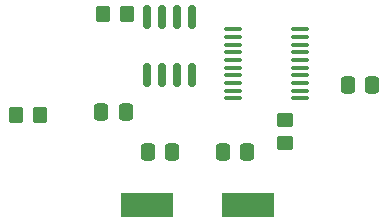
<source format=gbp>
G04 #@! TF.GenerationSoftware,KiCad,Pcbnew,6.0.7-f9a2dced07~116~ubuntu20.04.1*
G04 #@! TF.CreationDate,2022-08-22T20:33:42+08:00*
G04 #@! TF.ProjectId,arduino_can_bus_shield_v2.1,61726475-696e-46f5-9f63-616e5f627573,rev?*
G04 #@! TF.SameCoordinates,Original*
G04 #@! TF.FileFunction,Paste,Bot*
G04 #@! TF.FilePolarity,Positive*
%FSLAX46Y46*%
G04 Gerber Fmt 4.6, Leading zero omitted, Abs format (unit mm)*
G04 Created by KiCad (PCBNEW 6.0.7-f9a2dced07~116~ubuntu20.04.1) date 2022-08-22 20:33:42*
%MOMM*%
%LPD*%
G01*
G04 APERTURE LIST*
G04 Aperture macros list*
%AMRoundRect*
0 Rectangle with rounded corners*
0 $1 Rounding radius*
0 $2 $3 $4 $5 $6 $7 $8 $9 X,Y pos of 4 corners*
0 Add a 4 corners polygon primitive as box body*
4,1,4,$2,$3,$4,$5,$6,$7,$8,$9,$2,$3,0*
0 Add four circle primitives for the rounded corners*
1,1,$1+$1,$2,$3*
1,1,$1+$1,$4,$5*
1,1,$1+$1,$6,$7*
1,1,$1+$1,$8,$9*
0 Add four rect primitives between the rounded corners*
20,1,$1+$1,$2,$3,$4,$5,0*
20,1,$1+$1,$4,$5,$6,$7,0*
20,1,$1+$1,$6,$7,$8,$9,0*
20,1,$1+$1,$8,$9,$2,$3,0*%
G04 Aperture macros list end*
%ADD10RoundRect,0.250000X0.337500X0.475000X-0.337500X0.475000X-0.337500X-0.475000X0.337500X-0.475000X0*%
%ADD11R,4.500000X2.000000*%
%ADD12RoundRect,0.250000X-0.337500X-0.475000X0.337500X-0.475000X0.337500X0.475000X-0.337500X0.475000X0*%
%ADD13RoundRect,0.100000X-0.637500X-0.100000X0.637500X-0.100000X0.637500X0.100000X-0.637500X0.100000X0*%
%ADD14RoundRect,0.250000X0.350000X0.450000X-0.350000X0.450000X-0.350000X-0.450000X0.350000X-0.450000X0*%
%ADD15RoundRect,0.250000X0.450000X-0.350000X0.450000X0.350000X-0.450000X0.350000X-0.450000X-0.350000X0*%
%ADD16RoundRect,0.150000X0.150000X-0.825000X0.150000X0.825000X-0.150000X0.825000X-0.150000X-0.825000X0*%
G04 APERTURE END LIST*
D10*
X127072500Y-65710000D03*
X124997500Y-65710000D03*
D11*
X124960000Y-70155000D03*
X133460000Y-70155000D03*
D10*
X123135500Y-62281000D03*
X121060500Y-62281000D03*
D12*
X141910000Y-59995000D03*
X143985000Y-59995000D03*
D13*
X132189500Y-61142000D03*
X132189500Y-60492000D03*
X132189500Y-59842000D03*
X132189500Y-59192000D03*
X132189500Y-58542000D03*
X132189500Y-57892000D03*
X132189500Y-57242000D03*
X132189500Y-56592000D03*
X132189500Y-55942000D03*
X132189500Y-55292000D03*
X137914500Y-55292000D03*
X137914500Y-55942000D03*
X137914500Y-56592000D03*
X137914500Y-57242000D03*
X137914500Y-57892000D03*
X137914500Y-58542000D03*
X137914500Y-59192000D03*
X137914500Y-59842000D03*
X137914500Y-60492000D03*
X137914500Y-61142000D03*
D14*
X123225000Y-54026000D03*
X121225000Y-54026000D03*
X115859000Y-62535000D03*
X113859000Y-62535000D03*
D10*
X133422500Y-65710000D03*
X131347500Y-65710000D03*
D15*
X136576000Y-64932000D03*
X136576000Y-62932000D03*
D16*
X128702000Y-59168000D03*
X127432000Y-59168000D03*
X126162000Y-59168000D03*
X124892000Y-59168000D03*
X124892000Y-54218000D03*
X126162000Y-54218000D03*
X127432000Y-54218000D03*
X128702000Y-54218000D03*
M02*

</source>
